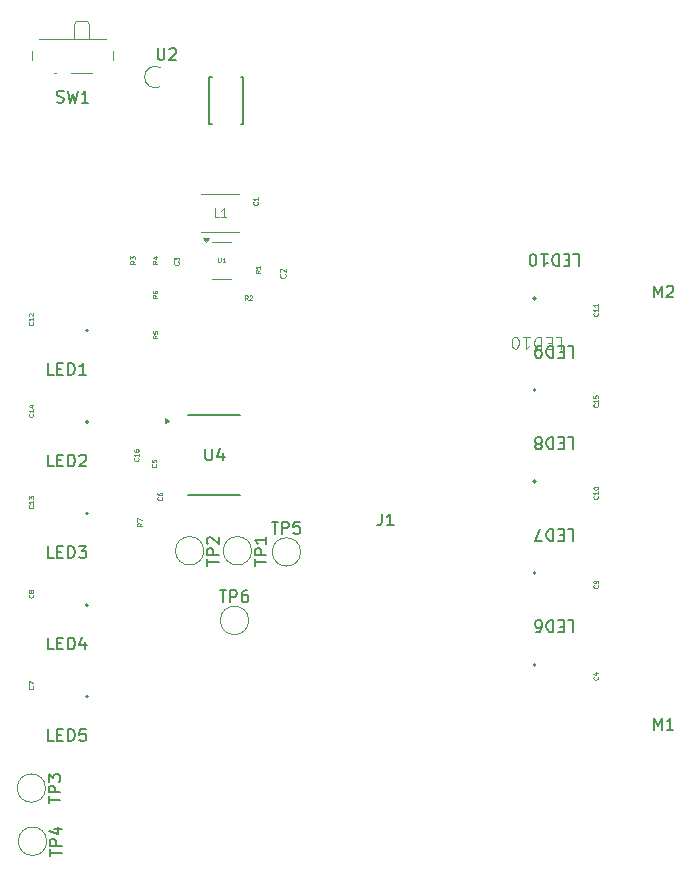
<source format=gbr>
%TF.GenerationSoftware,KiCad,Pcbnew,9.0.3*%
%TF.CreationDate,2025-11-04T21:30:19+11:00*%
%TF.ProjectId,test_project,74657374-5f70-4726-9f6a-6563742e6b69,rev?*%
%TF.SameCoordinates,Original*%
%TF.FileFunction,Legend,Top*%
%TF.FilePolarity,Positive*%
%FSLAX46Y46*%
G04 Gerber Fmt 4.6, Leading zero omitted, Abs format (unit mm)*
G04 Created by KiCad (PCBNEW 9.0.3) date 2025-11-04 21:30:19*
%MOMM*%
%LPD*%
G01*
G04 APERTURE LIST*
%ADD10C,0.150000*%
%ADD11C,0.060000*%
%ADD12C,0.100000*%
%ADD13C,0.110000*%
%ADD14C,0.080000*%
%ADD15C,0.120000*%
%ADD16C,0.200000*%
%ADD17C,0.127000*%
G04 APERTURE END LIST*
D10*
X122166667Y-69107200D02*
X122309524Y-69154819D01*
X122309524Y-69154819D02*
X122547619Y-69154819D01*
X122547619Y-69154819D02*
X122642857Y-69107200D01*
X122642857Y-69107200D02*
X122690476Y-69059580D01*
X122690476Y-69059580D02*
X122738095Y-68964342D01*
X122738095Y-68964342D02*
X122738095Y-68869104D01*
X122738095Y-68869104D02*
X122690476Y-68773866D01*
X122690476Y-68773866D02*
X122642857Y-68726247D01*
X122642857Y-68726247D02*
X122547619Y-68678628D01*
X122547619Y-68678628D02*
X122357143Y-68631009D01*
X122357143Y-68631009D02*
X122261905Y-68583390D01*
X122261905Y-68583390D02*
X122214286Y-68535771D01*
X122214286Y-68535771D02*
X122166667Y-68440533D01*
X122166667Y-68440533D02*
X122166667Y-68345295D01*
X122166667Y-68345295D02*
X122214286Y-68250057D01*
X122214286Y-68250057D02*
X122261905Y-68202438D01*
X122261905Y-68202438D02*
X122357143Y-68154819D01*
X122357143Y-68154819D02*
X122595238Y-68154819D01*
X122595238Y-68154819D02*
X122738095Y-68202438D01*
X123071429Y-68154819D02*
X123309524Y-69154819D01*
X123309524Y-69154819D02*
X123500000Y-68440533D01*
X123500000Y-68440533D02*
X123690476Y-69154819D01*
X123690476Y-69154819D02*
X123928572Y-68154819D01*
X124833333Y-69154819D02*
X124261905Y-69154819D01*
X124547619Y-69154819D02*
X124547619Y-68154819D01*
X124547619Y-68154819D02*
X124452381Y-68297676D01*
X124452381Y-68297676D02*
X124357143Y-68392914D01*
X124357143Y-68392914D02*
X124261905Y-68440533D01*
X122166667Y-69107200D02*
X122309524Y-69154819D01*
X122309524Y-69154819D02*
X122547619Y-69154819D01*
X122547619Y-69154819D02*
X122642857Y-69107200D01*
X122642857Y-69107200D02*
X122690476Y-69059580D01*
X122690476Y-69059580D02*
X122738095Y-68964342D01*
X122738095Y-68964342D02*
X122738095Y-68869104D01*
X122738095Y-68869104D02*
X122690476Y-68773866D01*
X122690476Y-68773866D02*
X122642857Y-68726247D01*
X122642857Y-68726247D02*
X122547619Y-68678628D01*
X122547619Y-68678628D02*
X122357143Y-68631009D01*
X122357143Y-68631009D02*
X122261905Y-68583390D01*
X122261905Y-68583390D02*
X122214286Y-68535771D01*
X122214286Y-68535771D02*
X122166667Y-68440533D01*
X122166667Y-68440533D02*
X122166667Y-68345295D01*
X122166667Y-68345295D02*
X122214286Y-68250057D01*
X122214286Y-68250057D02*
X122261905Y-68202438D01*
X122261905Y-68202438D02*
X122357143Y-68154819D01*
X122357143Y-68154819D02*
X122595238Y-68154819D01*
X122595238Y-68154819D02*
X122738095Y-68202438D01*
X123071429Y-68154819D02*
X123309524Y-69154819D01*
X123309524Y-69154819D02*
X123500000Y-68440533D01*
X123500000Y-68440533D02*
X123690476Y-69154819D01*
X123690476Y-69154819D02*
X123928572Y-68154819D01*
X124833333Y-69154819D02*
X124261905Y-69154819D01*
X124547619Y-69154819D02*
X124547619Y-68154819D01*
X124547619Y-68154819D02*
X124452381Y-68297676D01*
X124452381Y-68297676D02*
X124357143Y-68392914D01*
X124357143Y-68392914D02*
X124261905Y-68440533D01*
X140338095Y-104654819D02*
X140909523Y-104654819D01*
X140623809Y-105654819D02*
X140623809Y-104654819D01*
X141242857Y-105654819D02*
X141242857Y-104654819D01*
X141242857Y-104654819D02*
X141623809Y-104654819D01*
X141623809Y-104654819D02*
X141719047Y-104702438D01*
X141719047Y-104702438D02*
X141766666Y-104750057D01*
X141766666Y-104750057D02*
X141814285Y-104845295D01*
X141814285Y-104845295D02*
X141814285Y-104988152D01*
X141814285Y-104988152D02*
X141766666Y-105083390D01*
X141766666Y-105083390D02*
X141719047Y-105131009D01*
X141719047Y-105131009D02*
X141623809Y-105178628D01*
X141623809Y-105178628D02*
X141242857Y-105178628D01*
X142719047Y-104654819D02*
X142242857Y-104654819D01*
X142242857Y-104654819D02*
X142195238Y-105131009D01*
X142195238Y-105131009D02*
X142242857Y-105083390D01*
X142242857Y-105083390D02*
X142338095Y-105035771D01*
X142338095Y-105035771D02*
X142576190Y-105035771D01*
X142576190Y-105035771D02*
X142671428Y-105083390D01*
X142671428Y-105083390D02*
X142719047Y-105131009D01*
X142719047Y-105131009D02*
X142766666Y-105226247D01*
X142766666Y-105226247D02*
X142766666Y-105464342D01*
X142766666Y-105464342D02*
X142719047Y-105559580D01*
X142719047Y-105559580D02*
X142671428Y-105607200D01*
X142671428Y-105607200D02*
X142576190Y-105654819D01*
X142576190Y-105654819D02*
X142338095Y-105654819D01*
X142338095Y-105654819D02*
X142242857Y-105607200D01*
X142242857Y-105607200D02*
X142195238Y-105559580D01*
X135938095Y-110454819D02*
X136509523Y-110454819D01*
X136223809Y-111454819D02*
X136223809Y-110454819D01*
X136842857Y-111454819D02*
X136842857Y-110454819D01*
X136842857Y-110454819D02*
X137223809Y-110454819D01*
X137223809Y-110454819D02*
X137319047Y-110502438D01*
X137319047Y-110502438D02*
X137366666Y-110550057D01*
X137366666Y-110550057D02*
X137414285Y-110645295D01*
X137414285Y-110645295D02*
X137414285Y-110788152D01*
X137414285Y-110788152D02*
X137366666Y-110883390D01*
X137366666Y-110883390D02*
X137319047Y-110931009D01*
X137319047Y-110931009D02*
X137223809Y-110978628D01*
X137223809Y-110978628D02*
X136842857Y-110978628D01*
X138271428Y-110454819D02*
X138080952Y-110454819D01*
X138080952Y-110454819D02*
X137985714Y-110502438D01*
X137985714Y-110502438D02*
X137938095Y-110550057D01*
X137938095Y-110550057D02*
X137842857Y-110692914D01*
X137842857Y-110692914D02*
X137795238Y-110883390D01*
X137795238Y-110883390D02*
X137795238Y-111264342D01*
X137795238Y-111264342D02*
X137842857Y-111359580D01*
X137842857Y-111359580D02*
X137890476Y-111407200D01*
X137890476Y-111407200D02*
X137985714Y-111454819D01*
X137985714Y-111454819D02*
X138176190Y-111454819D01*
X138176190Y-111454819D02*
X138271428Y-111407200D01*
X138271428Y-111407200D02*
X138319047Y-111359580D01*
X138319047Y-111359580D02*
X138366666Y-111264342D01*
X138366666Y-111264342D02*
X138366666Y-111026247D01*
X138366666Y-111026247D02*
X138319047Y-110931009D01*
X138319047Y-110931009D02*
X138271428Y-110883390D01*
X138271428Y-110883390D02*
X138176190Y-110835771D01*
X138176190Y-110835771D02*
X137985714Y-110835771D01*
X137985714Y-110835771D02*
X137890476Y-110883390D01*
X137890476Y-110883390D02*
X137842857Y-110931009D01*
X137842857Y-110931009D02*
X137795238Y-111026247D01*
D11*
X130543832Y-99766666D02*
X130562880Y-99785714D01*
X130562880Y-99785714D02*
X130581927Y-99842856D01*
X130581927Y-99842856D02*
X130581927Y-99880952D01*
X130581927Y-99880952D02*
X130562880Y-99938095D01*
X130562880Y-99938095D02*
X130524784Y-99976190D01*
X130524784Y-99976190D02*
X130486689Y-99995237D01*
X130486689Y-99995237D02*
X130410499Y-100014285D01*
X130410499Y-100014285D02*
X130353356Y-100014285D01*
X130353356Y-100014285D02*
X130277165Y-99995237D01*
X130277165Y-99995237D02*
X130239070Y-99976190D01*
X130239070Y-99976190D02*
X130200975Y-99938095D01*
X130200975Y-99938095D02*
X130181927Y-99880952D01*
X130181927Y-99880952D02*
X130181927Y-99842856D01*
X130181927Y-99842856D02*
X130200975Y-99785714D01*
X130200975Y-99785714D02*
X130220022Y-99766666D01*
X130181927Y-99404761D02*
X130181927Y-99595237D01*
X130181927Y-99595237D02*
X130372403Y-99614285D01*
X130372403Y-99614285D02*
X130353356Y-99595237D01*
X130353356Y-99595237D02*
X130334308Y-99557142D01*
X130334308Y-99557142D02*
X130334308Y-99461904D01*
X130334308Y-99461904D02*
X130353356Y-99423809D01*
X130353356Y-99423809D02*
X130372403Y-99404761D01*
X130372403Y-99404761D02*
X130410499Y-99385714D01*
X130410499Y-99385714D02*
X130505737Y-99385714D01*
X130505737Y-99385714D02*
X130543832Y-99404761D01*
X130543832Y-99404761D02*
X130562880Y-99423809D01*
X130562880Y-99423809D02*
X130581927Y-99461904D01*
X130581927Y-99461904D02*
X130581927Y-99557142D01*
X130581927Y-99557142D02*
X130562880Y-99595237D01*
X130562880Y-99595237D02*
X130543832Y-99614285D01*
X167943832Y-94707142D02*
X167962880Y-94726190D01*
X167962880Y-94726190D02*
X167981927Y-94783332D01*
X167981927Y-94783332D02*
X167981927Y-94821428D01*
X167981927Y-94821428D02*
X167962880Y-94878571D01*
X167962880Y-94878571D02*
X167924784Y-94916666D01*
X167924784Y-94916666D02*
X167886689Y-94935713D01*
X167886689Y-94935713D02*
X167810499Y-94954761D01*
X167810499Y-94954761D02*
X167753356Y-94954761D01*
X167753356Y-94954761D02*
X167677165Y-94935713D01*
X167677165Y-94935713D02*
X167639070Y-94916666D01*
X167639070Y-94916666D02*
X167600975Y-94878571D01*
X167600975Y-94878571D02*
X167581927Y-94821428D01*
X167581927Y-94821428D02*
X167581927Y-94783332D01*
X167581927Y-94783332D02*
X167600975Y-94726190D01*
X167600975Y-94726190D02*
X167620022Y-94707142D01*
X167981927Y-94326190D02*
X167981927Y-94554761D01*
X167981927Y-94440475D02*
X167581927Y-94440475D01*
X167581927Y-94440475D02*
X167639070Y-94478571D01*
X167639070Y-94478571D02*
X167677165Y-94516666D01*
X167677165Y-94516666D02*
X167696213Y-94554761D01*
X167581927Y-93964285D02*
X167581927Y-94154761D01*
X167581927Y-94154761D02*
X167772403Y-94173809D01*
X167772403Y-94173809D02*
X167753356Y-94154761D01*
X167753356Y-94154761D02*
X167734308Y-94116666D01*
X167734308Y-94116666D02*
X167734308Y-94021428D01*
X167734308Y-94021428D02*
X167753356Y-93983333D01*
X167753356Y-93983333D02*
X167772403Y-93964285D01*
X167772403Y-93964285D02*
X167810499Y-93945238D01*
X167810499Y-93945238D02*
X167905737Y-93945238D01*
X167905737Y-93945238D02*
X167943832Y-93964285D01*
X167943832Y-93964285D02*
X167962880Y-93983333D01*
X167962880Y-93983333D02*
X167981927Y-94021428D01*
X167981927Y-94021428D02*
X167981927Y-94116666D01*
X167981927Y-94116666D02*
X167962880Y-94154761D01*
X167962880Y-94154761D02*
X167943832Y-94173809D01*
D10*
X165419047Y-97495180D02*
X165895237Y-97495180D01*
X165895237Y-97495180D02*
X165895237Y-98495180D01*
X165085713Y-98018990D02*
X164752380Y-98018990D01*
X164609523Y-97495180D02*
X165085713Y-97495180D01*
X165085713Y-97495180D02*
X165085713Y-98495180D01*
X165085713Y-98495180D02*
X164609523Y-98495180D01*
X164180951Y-97495180D02*
X164180951Y-98495180D01*
X164180951Y-98495180D02*
X163942856Y-98495180D01*
X163942856Y-98495180D02*
X163799999Y-98447561D01*
X163799999Y-98447561D02*
X163704761Y-98352323D01*
X163704761Y-98352323D02*
X163657142Y-98257085D01*
X163657142Y-98257085D02*
X163609523Y-98066609D01*
X163609523Y-98066609D02*
X163609523Y-97923752D01*
X163609523Y-97923752D02*
X163657142Y-97733276D01*
X163657142Y-97733276D02*
X163704761Y-97638038D01*
X163704761Y-97638038D02*
X163799999Y-97542800D01*
X163799999Y-97542800D02*
X163942856Y-97495180D01*
X163942856Y-97495180D02*
X164180951Y-97495180D01*
X163038094Y-98066609D02*
X163133332Y-98114228D01*
X163133332Y-98114228D02*
X163180951Y-98161847D01*
X163180951Y-98161847D02*
X163228570Y-98257085D01*
X163228570Y-98257085D02*
X163228570Y-98304704D01*
X163228570Y-98304704D02*
X163180951Y-98399942D01*
X163180951Y-98399942D02*
X163133332Y-98447561D01*
X163133332Y-98447561D02*
X163038094Y-98495180D01*
X163038094Y-98495180D02*
X162847618Y-98495180D01*
X162847618Y-98495180D02*
X162752380Y-98447561D01*
X162752380Y-98447561D02*
X162704761Y-98399942D01*
X162704761Y-98399942D02*
X162657142Y-98304704D01*
X162657142Y-98304704D02*
X162657142Y-98257085D01*
X162657142Y-98257085D02*
X162704761Y-98161847D01*
X162704761Y-98161847D02*
X162752380Y-98114228D01*
X162752380Y-98114228D02*
X162847618Y-98066609D01*
X162847618Y-98066609D02*
X163038094Y-98066609D01*
X163038094Y-98066609D02*
X163133332Y-98018990D01*
X163133332Y-98018990D02*
X163180951Y-97971371D01*
X163180951Y-97971371D02*
X163228570Y-97876133D01*
X163228570Y-97876133D02*
X163228570Y-97685657D01*
X163228570Y-97685657D02*
X163180951Y-97590419D01*
X163180951Y-97590419D02*
X163133332Y-97542800D01*
X163133332Y-97542800D02*
X163038094Y-97495180D01*
X163038094Y-97495180D02*
X162847618Y-97495180D01*
X162847618Y-97495180D02*
X162752380Y-97542800D01*
X162752380Y-97542800D02*
X162704761Y-97590419D01*
X162704761Y-97590419D02*
X162657142Y-97685657D01*
X162657142Y-97685657D02*
X162657142Y-97876133D01*
X162657142Y-97876133D02*
X162704761Y-97971371D01*
X162704761Y-97971371D02*
X162752380Y-98018990D01*
X162752380Y-98018990D02*
X162847618Y-98066609D01*
D12*
X164395238Y-88992580D02*
X164871428Y-88992580D01*
X164871428Y-88992580D02*
X164871428Y-89992580D01*
X164061904Y-89516390D02*
X163728571Y-89516390D01*
X163585714Y-88992580D02*
X164061904Y-88992580D01*
X164061904Y-88992580D02*
X164061904Y-89992580D01*
X164061904Y-89992580D02*
X163585714Y-89992580D01*
X163157142Y-88992580D02*
X163157142Y-89992580D01*
X163157142Y-89992580D02*
X162919047Y-89992580D01*
X162919047Y-89992580D02*
X162776190Y-89944961D01*
X162776190Y-89944961D02*
X162680952Y-89849723D01*
X162680952Y-89849723D02*
X162633333Y-89754485D01*
X162633333Y-89754485D02*
X162585714Y-89564009D01*
X162585714Y-89564009D02*
X162585714Y-89421152D01*
X162585714Y-89421152D02*
X162633333Y-89230676D01*
X162633333Y-89230676D02*
X162680952Y-89135438D01*
X162680952Y-89135438D02*
X162776190Y-89040200D01*
X162776190Y-89040200D02*
X162919047Y-88992580D01*
X162919047Y-88992580D02*
X163157142Y-88992580D01*
X161633333Y-88992580D02*
X162204761Y-88992580D01*
X161919047Y-88992580D02*
X161919047Y-89992580D01*
X161919047Y-89992580D02*
X162014285Y-89849723D01*
X162014285Y-89849723D02*
X162109523Y-89754485D01*
X162109523Y-89754485D02*
X162204761Y-89706866D01*
X161014285Y-89992580D02*
X160919047Y-89992580D01*
X160919047Y-89992580D02*
X160823809Y-89944961D01*
X160823809Y-89944961D02*
X160776190Y-89897342D01*
X160776190Y-89897342D02*
X160728571Y-89802104D01*
X160728571Y-89802104D02*
X160680952Y-89611628D01*
X160680952Y-89611628D02*
X160680952Y-89373533D01*
X160680952Y-89373533D02*
X160728571Y-89183057D01*
X160728571Y-89183057D02*
X160776190Y-89087819D01*
X160776190Y-89087819D02*
X160823809Y-89040200D01*
X160823809Y-89040200D02*
X160919047Y-88992580D01*
X160919047Y-88992580D02*
X161014285Y-88992580D01*
X161014285Y-88992580D02*
X161109523Y-89040200D01*
X161109523Y-89040200D02*
X161157142Y-89087819D01*
X161157142Y-89087819D02*
X161204761Y-89183057D01*
X161204761Y-89183057D02*
X161252380Y-89373533D01*
X161252380Y-89373533D02*
X161252380Y-89611628D01*
X161252380Y-89611628D02*
X161204761Y-89802104D01*
X161204761Y-89802104D02*
X161157142Y-89897342D01*
X161157142Y-89897342D02*
X161109523Y-89944961D01*
X161109523Y-89944961D02*
X161014285Y-89992580D01*
D10*
X165895238Y-81995180D02*
X166371428Y-81995180D01*
X166371428Y-81995180D02*
X166371428Y-82995180D01*
X165561904Y-82518990D02*
X165228571Y-82518990D01*
X165085714Y-81995180D02*
X165561904Y-81995180D01*
X165561904Y-81995180D02*
X165561904Y-82995180D01*
X165561904Y-82995180D02*
X165085714Y-82995180D01*
X164657142Y-81995180D02*
X164657142Y-82995180D01*
X164657142Y-82995180D02*
X164419047Y-82995180D01*
X164419047Y-82995180D02*
X164276190Y-82947561D01*
X164276190Y-82947561D02*
X164180952Y-82852323D01*
X164180952Y-82852323D02*
X164133333Y-82757085D01*
X164133333Y-82757085D02*
X164085714Y-82566609D01*
X164085714Y-82566609D02*
X164085714Y-82423752D01*
X164085714Y-82423752D02*
X164133333Y-82233276D01*
X164133333Y-82233276D02*
X164180952Y-82138038D01*
X164180952Y-82138038D02*
X164276190Y-82042800D01*
X164276190Y-82042800D02*
X164419047Y-81995180D01*
X164419047Y-81995180D02*
X164657142Y-81995180D01*
X163133333Y-81995180D02*
X163704761Y-81995180D01*
X163419047Y-81995180D02*
X163419047Y-82995180D01*
X163419047Y-82995180D02*
X163514285Y-82852323D01*
X163514285Y-82852323D02*
X163609523Y-82757085D01*
X163609523Y-82757085D02*
X163704761Y-82709466D01*
X162514285Y-82995180D02*
X162419047Y-82995180D01*
X162419047Y-82995180D02*
X162323809Y-82947561D01*
X162323809Y-82947561D02*
X162276190Y-82899942D01*
X162276190Y-82899942D02*
X162228571Y-82804704D01*
X162228571Y-82804704D02*
X162180952Y-82614228D01*
X162180952Y-82614228D02*
X162180952Y-82376133D01*
X162180952Y-82376133D02*
X162228571Y-82185657D01*
X162228571Y-82185657D02*
X162276190Y-82090419D01*
X162276190Y-82090419D02*
X162323809Y-82042800D01*
X162323809Y-82042800D02*
X162419047Y-81995180D01*
X162419047Y-81995180D02*
X162514285Y-81995180D01*
X162514285Y-81995180D02*
X162609523Y-82042800D01*
X162609523Y-82042800D02*
X162657142Y-82090419D01*
X162657142Y-82090419D02*
X162704761Y-82185657D01*
X162704761Y-82185657D02*
X162752380Y-82376133D01*
X162752380Y-82376133D02*
X162752380Y-82614228D01*
X162752380Y-82614228D02*
X162704761Y-82804704D01*
X162704761Y-82804704D02*
X162657142Y-82899942D01*
X162657142Y-82899942D02*
X162609523Y-82947561D01*
X162609523Y-82947561D02*
X162514285Y-82995180D01*
D11*
X167943832Y-102457142D02*
X167962880Y-102476190D01*
X167962880Y-102476190D02*
X167981927Y-102533332D01*
X167981927Y-102533332D02*
X167981927Y-102571428D01*
X167981927Y-102571428D02*
X167962880Y-102628571D01*
X167962880Y-102628571D02*
X167924784Y-102666666D01*
X167924784Y-102666666D02*
X167886689Y-102685713D01*
X167886689Y-102685713D02*
X167810499Y-102704761D01*
X167810499Y-102704761D02*
X167753356Y-102704761D01*
X167753356Y-102704761D02*
X167677165Y-102685713D01*
X167677165Y-102685713D02*
X167639070Y-102666666D01*
X167639070Y-102666666D02*
X167600975Y-102628571D01*
X167600975Y-102628571D02*
X167581927Y-102571428D01*
X167581927Y-102571428D02*
X167581927Y-102533332D01*
X167581927Y-102533332D02*
X167600975Y-102476190D01*
X167600975Y-102476190D02*
X167620022Y-102457142D01*
X167981927Y-102076190D02*
X167981927Y-102304761D01*
X167981927Y-102190475D02*
X167581927Y-102190475D01*
X167581927Y-102190475D02*
X167639070Y-102228571D01*
X167639070Y-102228571D02*
X167677165Y-102266666D01*
X167677165Y-102266666D02*
X167696213Y-102304761D01*
X167581927Y-101828571D02*
X167581927Y-101790476D01*
X167581927Y-101790476D02*
X167600975Y-101752380D01*
X167600975Y-101752380D02*
X167620022Y-101733333D01*
X167620022Y-101733333D02*
X167658118Y-101714285D01*
X167658118Y-101714285D02*
X167734308Y-101695238D01*
X167734308Y-101695238D02*
X167829546Y-101695238D01*
X167829546Y-101695238D02*
X167905737Y-101714285D01*
X167905737Y-101714285D02*
X167943832Y-101733333D01*
X167943832Y-101733333D02*
X167962880Y-101752380D01*
X167962880Y-101752380D02*
X167981927Y-101790476D01*
X167981927Y-101790476D02*
X167981927Y-101828571D01*
X167981927Y-101828571D02*
X167962880Y-101866666D01*
X167962880Y-101866666D02*
X167943832Y-101885714D01*
X167943832Y-101885714D02*
X167905737Y-101904761D01*
X167905737Y-101904761D02*
X167829546Y-101923809D01*
X167829546Y-101923809D02*
X167734308Y-101923809D01*
X167734308Y-101923809D02*
X167658118Y-101904761D01*
X167658118Y-101904761D02*
X167620022Y-101885714D01*
X167620022Y-101885714D02*
X167600975Y-101866666D01*
X167600975Y-101866666D02*
X167581927Y-101828571D01*
D10*
X165419047Y-112995180D02*
X165895237Y-112995180D01*
X165895237Y-112995180D02*
X165895237Y-113995180D01*
X165085713Y-113518990D02*
X164752380Y-113518990D01*
X164609523Y-112995180D02*
X165085713Y-112995180D01*
X165085713Y-112995180D02*
X165085713Y-113995180D01*
X165085713Y-113995180D02*
X164609523Y-113995180D01*
X164180951Y-112995180D02*
X164180951Y-113995180D01*
X164180951Y-113995180D02*
X163942856Y-113995180D01*
X163942856Y-113995180D02*
X163799999Y-113947561D01*
X163799999Y-113947561D02*
X163704761Y-113852323D01*
X163704761Y-113852323D02*
X163657142Y-113757085D01*
X163657142Y-113757085D02*
X163609523Y-113566609D01*
X163609523Y-113566609D02*
X163609523Y-113423752D01*
X163609523Y-113423752D02*
X163657142Y-113233276D01*
X163657142Y-113233276D02*
X163704761Y-113138038D01*
X163704761Y-113138038D02*
X163799999Y-113042800D01*
X163799999Y-113042800D02*
X163942856Y-112995180D01*
X163942856Y-112995180D02*
X164180951Y-112995180D01*
X162752380Y-113995180D02*
X162942856Y-113995180D01*
X162942856Y-113995180D02*
X163038094Y-113947561D01*
X163038094Y-113947561D02*
X163085713Y-113899942D01*
X163085713Y-113899942D02*
X163180951Y-113757085D01*
X163180951Y-113757085D02*
X163228570Y-113566609D01*
X163228570Y-113566609D02*
X163228570Y-113185657D01*
X163228570Y-113185657D02*
X163180951Y-113090419D01*
X163180951Y-113090419D02*
X163133332Y-113042800D01*
X163133332Y-113042800D02*
X163038094Y-112995180D01*
X163038094Y-112995180D02*
X162847618Y-112995180D01*
X162847618Y-112995180D02*
X162752380Y-113042800D01*
X162752380Y-113042800D02*
X162704761Y-113090419D01*
X162704761Y-113090419D02*
X162657142Y-113185657D01*
X162657142Y-113185657D02*
X162657142Y-113423752D01*
X162657142Y-113423752D02*
X162704761Y-113518990D01*
X162704761Y-113518990D02*
X162752380Y-113566609D01*
X162752380Y-113566609D02*
X162847618Y-113614228D01*
X162847618Y-113614228D02*
X163038094Y-113614228D01*
X163038094Y-113614228D02*
X163133332Y-113566609D01*
X163133332Y-113566609D02*
X163180951Y-113518990D01*
X163180951Y-113518990D02*
X163228570Y-113423752D01*
D11*
X167943832Y-110016666D02*
X167962880Y-110035714D01*
X167962880Y-110035714D02*
X167981927Y-110092856D01*
X167981927Y-110092856D02*
X167981927Y-110130952D01*
X167981927Y-110130952D02*
X167962880Y-110188095D01*
X167962880Y-110188095D02*
X167924784Y-110226190D01*
X167924784Y-110226190D02*
X167886689Y-110245237D01*
X167886689Y-110245237D02*
X167810499Y-110264285D01*
X167810499Y-110264285D02*
X167753356Y-110264285D01*
X167753356Y-110264285D02*
X167677165Y-110245237D01*
X167677165Y-110245237D02*
X167639070Y-110226190D01*
X167639070Y-110226190D02*
X167600975Y-110188095D01*
X167600975Y-110188095D02*
X167581927Y-110130952D01*
X167581927Y-110130952D02*
X167581927Y-110092856D01*
X167581927Y-110092856D02*
X167600975Y-110035714D01*
X167600975Y-110035714D02*
X167620022Y-110016666D01*
X167981927Y-109826190D02*
X167981927Y-109749999D01*
X167981927Y-109749999D02*
X167962880Y-109711904D01*
X167962880Y-109711904D02*
X167943832Y-109692856D01*
X167943832Y-109692856D02*
X167886689Y-109654761D01*
X167886689Y-109654761D02*
X167810499Y-109635714D01*
X167810499Y-109635714D02*
X167658118Y-109635714D01*
X167658118Y-109635714D02*
X167620022Y-109654761D01*
X167620022Y-109654761D02*
X167600975Y-109673809D01*
X167600975Y-109673809D02*
X167581927Y-109711904D01*
X167581927Y-109711904D02*
X167581927Y-109788095D01*
X167581927Y-109788095D02*
X167600975Y-109826190D01*
X167600975Y-109826190D02*
X167620022Y-109845237D01*
X167620022Y-109845237D02*
X167658118Y-109864285D01*
X167658118Y-109864285D02*
X167753356Y-109864285D01*
X167753356Y-109864285D02*
X167791451Y-109845237D01*
X167791451Y-109845237D02*
X167810499Y-109826190D01*
X167810499Y-109826190D02*
X167829546Y-109788095D01*
X167829546Y-109788095D02*
X167829546Y-109711904D01*
X167829546Y-109711904D02*
X167810499Y-109673809D01*
X167810499Y-109673809D02*
X167791451Y-109654761D01*
X167791451Y-109654761D02*
X167753356Y-109635714D01*
D10*
X165419047Y-105245180D02*
X165895237Y-105245180D01*
X165895237Y-105245180D02*
X165895237Y-106245180D01*
X165085713Y-105768990D02*
X164752380Y-105768990D01*
X164609523Y-105245180D02*
X165085713Y-105245180D01*
X165085713Y-105245180D02*
X165085713Y-106245180D01*
X165085713Y-106245180D02*
X164609523Y-106245180D01*
X164180951Y-105245180D02*
X164180951Y-106245180D01*
X164180951Y-106245180D02*
X163942856Y-106245180D01*
X163942856Y-106245180D02*
X163799999Y-106197561D01*
X163799999Y-106197561D02*
X163704761Y-106102323D01*
X163704761Y-106102323D02*
X163657142Y-106007085D01*
X163657142Y-106007085D02*
X163609523Y-105816609D01*
X163609523Y-105816609D02*
X163609523Y-105673752D01*
X163609523Y-105673752D02*
X163657142Y-105483276D01*
X163657142Y-105483276D02*
X163704761Y-105388038D01*
X163704761Y-105388038D02*
X163799999Y-105292800D01*
X163799999Y-105292800D02*
X163942856Y-105245180D01*
X163942856Y-105245180D02*
X164180951Y-105245180D01*
X163276189Y-106245180D02*
X162609523Y-106245180D01*
X162609523Y-106245180D02*
X163038094Y-105245180D01*
D11*
X167943832Y-86957142D02*
X167962880Y-86976190D01*
X167962880Y-86976190D02*
X167981927Y-87033332D01*
X167981927Y-87033332D02*
X167981927Y-87071428D01*
X167981927Y-87071428D02*
X167962880Y-87128571D01*
X167962880Y-87128571D02*
X167924784Y-87166666D01*
X167924784Y-87166666D02*
X167886689Y-87185713D01*
X167886689Y-87185713D02*
X167810499Y-87204761D01*
X167810499Y-87204761D02*
X167753356Y-87204761D01*
X167753356Y-87204761D02*
X167677165Y-87185713D01*
X167677165Y-87185713D02*
X167639070Y-87166666D01*
X167639070Y-87166666D02*
X167600975Y-87128571D01*
X167600975Y-87128571D02*
X167581927Y-87071428D01*
X167581927Y-87071428D02*
X167581927Y-87033332D01*
X167581927Y-87033332D02*
X167600975Y-86976190D01*
X167600975Y-86976190D02*
X167620022Y-86957142D01*
X167981927Y-86576190D02*
X167981927Y-86804761D01*
X167981927Y-86690475D02*
X167581927Y-86690475D01*
X167581927Y-86690475D02*
X167639070Y-86728571D01*
X167639070Y-86728571D02*
X167677165Y-86766666D01*
X167677165Y-86766666D02*
X167696213Y-86804761D01*
X167981927Y-86195238D02*
X167981927Y-86423809D01*
X167981927Y-86309523D02*
X167581927Y-86309523D01*
X167581927Y-86309523D02*
X167639070Y-86347619D01*
X167639070Y-86347619D02*
X167677165Y-86385714D01*
X167677165Y-86385714D02*
X167696213Y-86423809D01*
D10*
X165419047Y-89745180D02*
X165895237Y-89745180D01*
X165895237Y-89745180D02*
X165895237Y-90745180D01*
X165085713Y-90268990D02*
X164752380Y-90268990D01*
X164609523Y-89745180D02*
X165085713Y-89745180D01*
X165085713Y-89745180D02*
X165085713Y-90745180D01*
X165085713Y-90745180D02*
X164609523Y-90745180D01*
X164180951Y-89745180D02*
X164180951Y-90745180D01*
X164180951Y-90745180D02*
X163942856Y-90745180D01*
X163942856Y-90745180D02*
X163799999Y-90697561D01*
X163799999Y-90697561D02*
X163704761Y-90602323D01*
X163704761Y-90602323D02*
X163657142Y-90507085D01*
X163657142Y-90507085D02*
X163609523Y-90316609D01*
X163609523Y-90316609D02*
X163609523Y-90173752D01*
X163609523Y-90173752D02*
X163657142Y-89983276D01*
X163657142Y-89983276D02*
X163704761Y-89888038D01*
X163704761Y-89888038D02*
X163799999Y-89792800D01*
X163799999Y-89792800D02*
X163942856Y-89745180D01*
X163942856Y-89745180D02*
X164180951Y-89745180D01*
X163133332Y-89745180D02*
X162942856Y-89745180D01*
X162942856Y-89745180D02*
X162847618Y-89792800D01*
X162847618Y-89792800D02*
X162799999Y-89840419D01*
X162799999Y-89840419D02*
X162704761Y-89983276D01*
X162704761Y-89983276D02*
X162657142Y-90173752D01*
X162657142Y-90173752D02*
X162657142Y-90554704D01*
X162657142Y-90554704D02*
X162704761Y-90649942D01*
X162704761Y-90649942D02*
X162752380Y-90697561D01*
X162752380Y-90697561D02*
X162847618Y-90745180D01*
X162847618Y-90745180D02*
X163038094Y-90745180D01*
X163038094Y-90745180D02*
X163133332Y-90697561D01*
X163133332Y-90697561D02*
X163180951Y-90649942D01*
X163180951Y-90649942D02*
X163228570Y-90554704D01*
X163228570Y-90554704D02*
X163228570Y-90316609D01*
X163228570Y-90316609D02*
X163180951Y-90221371D01*
X163180951Y-90221371D02*
X163133332Y-90173752D01*
X163133332Y-90173752D02*
X163038094Y-90126133D01*
X163038094Y-90126133D02*
X162847618Y-90126133D01*
X162847618Y-90126133D02*
X162752380Y-90173752D01*
X162752380Y-90173752D02*
X162704761Y-90221371D01*
X162704761Y-90221371D02*
X162657142Y-90316609D01*
D11*
X167943832Y-117766666D02*
X167962880Y-117785714D01*
X167962880Y-117785714D02*
X167981927Y-117842856D01*
X167981927Y-117842856D02*
X167981927Y-117880952D01*
X167981927Y-117880952D02*
X167962880Y-117938095D01*
X167962880Y-117938095D02*
X167924784Y-117976190D01*
X167924784Y-117976190D02*
X167886689Y-117995237D01*
X167886689Y-117995237D02*
X167810499Y-118014285D01*
X167810499Y-118014285D02*
X167753356Y-118014285D01*
X167753356Y-118014285D02*
X167677165Y-117995237D01*
X167677165Y-117995237D02*
X167639070Y-117976190D01*
X167639070Y-117976190D02*
X167600975Y-117938095D01*
X167600975Y-117938095D02*
X167581927Y-117880952D01*
X167581927Y-117880952D02*
X167581927Y-117842856D01*
X167581927Y-117842856D02*
X167600975Y-117785714D01*
X167600975Y-117785714D02*
X167620022Y-117766666D01*
X167715260Y-117423809D02*
X167981927Y-117423809D01*
X167562880Y-117519047D02*
X167848594Y-117614285D01*
X167848594Y-117614285D02*
X167848594Y-117366666D01*
X120143832Y-87757142D02*
X120162880Y-87776190D01*
X120162880Y-87776190D02*
X120181927Y-87833332D01*
X120181927Y-87833332D02*
X120181927Y-87871428D01*
X120181927Y-87871428D02*
X120162880Y-87928571D01*
X120162880Y-87928571D02*
X120124784Y-87966666D01*
X120124784Y-87966666D02*
X120086689Y-87985713D01*
X120086689Y-87985713D02*
X120010499Y-88004761D01*
X120010499Y-88004761D02*
X119953356Y-88004761D01*
X119953356Y-88004761D02*
X119877165Y-87985713D01*
X119877165Y-87985713D02*
X119839070Y-87966666D01*
X119839070Y-87966666D02*
X119800975Y-87928571D01*
X119800975Y-87928571D02*
X119781927Y-87871428D01*
X119781927Y-87871428D02*
X119781927Y-87833332D01*
X119781927Y-87833332D02*
X119800975Y-87776190D01*
X119800975Y-87776190D02*
X119820022Y-87757142D01*
X120181927Y-87376190D02*
X120181927Y-87604761D01*
X120181927Y-87490475D02*
X119781927Y-87490475D01*
X119781927Y-87490475D02*
X119839070Y-87528571D01*
X119839070Y-87528571D02*
X119877165Y-87566666D01*
X119877165Y-87566666D02*
X119896213Y-87604761D01*
X119820022Y-87223809D02*
X119800975Y-87204761D01*
X119800975Y-87204761D02*
X119781927Y-87166666D01*
X119781927Y-87166666D02*
X119781927Y-87071428D01*
X119781927Y-87071428D02*
X119800975Y-87033333D01*
X119800975Y-87033333D02*
X119820022Y-87014285D01*
X119820022Y-87014285D02*
X119858118Y-86995238D01*
X119858118Y-86995238D02*
X119896213Y-86995238D01*
X119896213Y-86995238D02*
X119953356Y-87014285D01*
X119953356Y-87014285D02*
X120181927Y-87242857D01*
X120181927Y-87242857D02*
X120181927Y-86995238D01*
D13*
X135875000Y-78841244D02*
X135517857Y-78841244D01*
X135517857Y-78841244D02*
X135517857Y-78091244D01*
X136517857Y-78841244D02*
X136089286Y-78841244D01*
X136303571Y-78841244D02*
X136303571Y-78091244D01*
X136303571Y-78091244D02*
X136232143Y-78198387D01*
X136232143Y-78198387D02*
X136160714Y-78269815D01*
X136160714Y-78269815D02*
X136089286Y-78305530D01*
D11*
X129043832Y-99257142D02*
X129062880Y-99276190D01*
X129062880Y-99276190D02*
X129081927Y-99333332D01*
X129081927Y-99333332D02*
X129081927Y-99371428D01*
X129081927Y-99371428D02*
X129062880Y-99428571D01*
X129062880Y-99428571D02*
X129024784Y-99466666D01*
X129024784Y-99466666D02*
X128986689Y-99485713D01*
X128986689Y-99485713D02*
X128910499Y-99504761D01*
X128910499Y-99504761D02*
X128853356Y-99504761D01*
X128853356Y-99504761D02*
X128777165Y-99485713D01*
X128777165Y-99485713D02*
X128739070Y-99466666D01*
X128739070Y-99466666D02*
X128700975Y-99428571D01*
X128700975Y-99428571D02*
X128681927Y-99371428D01*
X128681927Y-99371428D02*
X128681927Y-99333332D01*
X128681927Y-99333332D02*
X128700975Y-99276190D01*
X128700975Y-99276190D02*
X128720022Y-99257142D01*
X129081927Y-98876190D02*
X129081927Y-99104761D01*
X129081927Y-98990475D02*
X128681927Y-98990475D01*
X128681927Y-98990475D02*
X128739070Y-99028571D01*
X128739070Y-99028571D02*
X128777165Y-99066666D01*
X128777165Y-99066666D02*
X128796213Y-99104761D01*
X128681927Y-98533333D02*
X128681927Y-98609523D01*
X128681927Y-98609523D02*
X128700975Y-98647619D01*
X128700975Y-98647619D02*
X128720022Y-98666666D01*
X128720022Y-98666666D02*
X128777165Y-98704761D01*
X128777165Y-98704761D02*
X128853356Y-98723809D01*
X128853356Y-98723809D02*
X129005737Y-98723809D01*
X129005737Y-98723809D02*
X129043832Y-98704761D01*
X129043832Y-98704761D02*
X129062880Y-98685714D01*
X129062880Y-98685714D02*
X129081927Y-98647619D01*
X129081927Y-98647619D02*
X129081927Y-98571428D01*
X129081927Y-98571428D02*
X129062880Y-98533333D01*
X129062880Y-98533333D02*
X129043832Y-98514285D01*
X129043832Y-98514285D02*
X129005737Y-98495238D01*
X129005737Y-98495238D02*
X128910499Y-98495238D01*
X128910499Y-98495238D02*
X128872403Y-98514285D01*
X128872403Y-98514285D02*
X128853356Y-98533333D01*
X128853356Y-98533333D02*
X128834308Y-98571428D01*
X128834308Y-98571428D02*
X128834308Y-98647619D01*
X128834308Y-98647619D02*
X128853356Y-98685714D01*
X128853356Y-98685714D02*
X128872403Y-98704761D01*
X128872403Y-98704761D02*
X128910499Y-98723809D01*
X132443832Y-82666666D02*
X132462880Y-82685714D01*
X132462880Y-82685714D02*
X132481927Y-82742856D01*
X132481927Y-82742856D02*
X132481927Y-82780952D01*
X132481927Y-82780952D02*
X132462880Y-82838095D01*
X132462880Y-82838095D02*
X132424784Y-82876190D01*
X132424784Y-82876190D02*
X132386689Y-82895237D01*
X132386689Y-82895237D02*
X132310499Y-82914285D01*
X132310499Y-82914285D02*
X132253356Y-82914285D01*
X132253356Y-82914285D02*
X132177165Y-82895237D01*
X132177165Y-82895237D02*
X132139070Y-82876190D01*
X132139070Y-82876190D02*
X132100975Y-82838095D01*
X132100975Y-82838095D02*
X132081927Y-82780952D01*
X132081927Y-82780952D02*
X132081927Y-82742856D01*
X132081927Y-82742856D02*
X132100975Y-82685714D01*
X132100975Y-82685714D02*
X132120022Y-82666666D01*
X132081927Y-82533333D02*
X132081927Y-82285714D01*
X132081927Y-82285714D02*
X132234308Y-82419047D01*
X132234308Y-82419047D02*
X132234308Y-82361904D01*
X132234308Y-82361904D02*
X132253356Y-82323809D01*
X132253356Y-82323809D02*
X132272403Y-82304761D01*
X132272403Y-82304761D02*
X132310499Y-82285714D01*
X132310499Y-82285714D02*
X132405737Y-82285714D01*
X132405737Y-82285714D02*
X132443832Y-82304761D01*
X132443832Y-82304761D02*
X132462880Y-82323809D01*
X132462880Y-82323809D02*
X132481927Y-82361904D01*
X132481927Y-82361904D02*
X132481927Y-82476190D01*
X132481927Y-82476190D02*
X132462880Y-82514285D01*
X132462880Y-82514285D02*
X132443832Y-82533333D01*
X139381927Y-83366666D02*
X139191451Y-83499999D01*
X139381927Y-83595237D02*
X138981927Y-83595237D01*
X138981927Y-83595237D02*
X138981927Y-83442856D01*
X138981927Y-83442856D02*
X139000975Y-83404761D01*
X139000975Y-83404761D02*
X139020022Y-83385714D01*
X139020022Y-83385714D02*
X139058118Y-83366666D01*
X139058118Y-83366666D02*
X139115260Y-83366666D01*
X139115260Y-83366666D02*
X139153356Y-83385714D01*
X139153356Y-83385714D02*
X139172403Y-83404761D01*
X139172403Y-83404761D02*
X139191451Y-83442856D01*
X139191451Y-83442856D02*
X139191451Y-83595237D01*
X139381927Y-82985714D02*
X139381927Y-83214285D01*
X139381927Y-83099999D02*
X138981927Y-83099999D01*
X138981927Y-83099999D02*
X139039070Y-83138095D01*
X139039070Y-83138095D02*
X139077165Y-83176190D01*
X139077165Y-83176190D02*
X139096213Y-83214285D01*
X128781927Y-82566666D02*
X128591451Y-82699999D01*
X128781927Y-82795237D02*
X128381927Y-82795237D01*
X128381927Y-82795237D02*
X128381927Y-82642856D01*
X128381927Y-82642856D02*
X128400975Y-82604761D01*
X128400975Y-82604761D02*
X128420022Y-82585714D01*
X128420022Y-82585714D02*
X128458118Y-82566666D01*
X128458118Y-82566666D02*
X128515260Y-82566666D01*
X128515260Y-82566666D02*
X128553356Y-82585714D01*
X128553356Y-82585714D02*
X128572403Y-82604761D01*
X128572403Y-82604761D02*
X128591451Y-82642856D01*
X128591451Y-82642856D02*
X128591451Y-82795237D01*
X128381927Y-82433333D02*
X128381927Y-82185714D01*
X128381927Y-82185714D02*
X128534308Y-82319047D01*
X128534308Y-82319047D02*
X128534308Y-82261904D01*
X128534308Y-82261904D02*
X128553356Y-82223809D01*
X128553356Y-82223809D02*
X128572403Y-82204761D01*
X128572403Y-82204761D02*
X128610499Y-82185714D01*
X128610499Y-82185714D02*
X128705737Y-82185714D01*
X128705737Y-82185714D02*
X128743832Y-82204761D01*
X128743832Y-82204761D02*
X128762880Y-82223809D01*
X128762880Y-82223809D02*
X128781927Y-82261904D01*
X128781927Y-82261904D02*
X128781927Y-82376190D01*
X128781927Y-82376190D02*
X128762880Y-82414285D01*
X128762880Y-82414285D02*
X128743832Y-82433333D01*
D10*
X121880952Y-99954819D02*
X121404762Y-99954819D01*
X121404762Y-99954819D02*
X121404762Y-98954819D01*
X122214286Y-99431009D02*
X122547619Y-99431009D01*
X122690476Y-99954819D02*
X122214286Y-99954819D01*
X122214286Y-99954819D02*
X122214286Y-98954819D01*
X122214286Y-98954819D02*
X122690476Y-98954819D01*
X123119048Y-99954819D02*
X123119048Y-98954819D01*
X123119048Y-98954819D02*
X123357143Y-98954819D01*
X123357143Y-98954819D02*
X123500000Y-99002438D01*
X123500000Y-99002438D02*
X123595238Y-99097676D01*
X123595238Y-99097676D02*
X123642857Y-99192914D01*
X123642857Y-99192914D02*
X123690476Y-99383390D01*
X123690476Y-99383390D02*
X123690476Y-99526247D01*
X123690476Y-99526247D02*
X123642857Y-99716723D01*
X123642857Y-99716723D02*
X123595238Y-99811961D01*
X123595238Y-99811961D02*
X123500000Y-99907200D01*
X123500000Y-99907200D02*
X123357143Y-99954819D01*
X123357143Y-99954819D02*
X123119048Y-99954819D01*
X124071429Y-99050057D02*
X124119048Y-99002438D01*
X124119048Y-99002438D02*
X124214286Y-98954819D01*
X124214286Y-98954819D02*
X124452381Y-98954819D01*
X124452381Y-98954819D02*
X124547619Y-99002438D01*
X124547619Y-99002438D02*
X124595238Y-99050057D01*
X124595238Y-99050057D02*
X124642857Y-99145295D01*
X124642857Y-99145295D02*
X124642857Y-99240533D01*
X124642857Y-99240533D02*
X124595238Y-99383390D01*
X124595238Y-99383390D02*
X124023810Y-99954819D01*
X124023810Y-99954819D02*
X124642857Y-99954819D01*
X149666666Y-103954819D02*
X149666666Y-104669104D01*
X149666666Y-104669104D02*
X149619047Y-104811961D01*
X149619047Y-104811961D02*
X149523809Y-104907200D01*
X149523809Y-104907200D02*
X149380952Y-104954819D01*
X149380952Y-104954819D02*
X149285714Y-104954819D01*
X150666666Y-104954819D02*
X150095238Y-104954819D01*
X150380952Y-104954819D02*
X150380952Y-103954819D01*
X150380952Y-103954819D02*
X150285714Y-104097676D01*
X150285714Y-104097676D02*
X150190476Y-104192914D01*
X150190476Y-104192914D02*
X150095238Y-104240533D01*
D11*
X130681927Y-82566666D02*
X130491451Y-82699999D01*
X130681927Y-82795237D02*
X130281927Y-82795237D01*
X130281927Y-82795237D02*
X130281927Y-82642856D01*
X130281927Y-82642856D02*
X130300975Y-82604761D01*
X130300975Y-82604761D02*
X130320022Y-82585714D01*
X130320022Y-82585714D02*
X130358118Y-82566666D01*
X130358118Y-82566666D02*
X130415260Y-82566666D01*
X130415260Y-82566666D02*
X130453356Y-82585714D01*
X130453356Y-82585714D02*
X130472403Y-82604761D01*
X130472403Y-82604761D02*
X130491451Y-82642856D01*
X130491451Y-82642856D02*
X130491451Y-82795237D01*
X130415260Y-82223809D02*
X130681927Y-82223809D01*
X130262880Y-82319047D02*
X130548594Y-82414285D01*
X130548594Y-82414285D02*
X130548594Y-82166666D01*
X131043832Y-102566666D02*
X131062880Y-102585714D01*
X131062880Y-102585714D02*
X131081927Y-102642856D01*
X131081927Y-102642856D02*
X131081927Y-102680952D01*
X131081927Y-102680952D02*
X131062880Y-102738095D01*
X131062880Y-102738095D02*
X131024784Y-102776190D01*
X131024784Y-102776190D02*
X130986689Y-102795237D01*
X130986689Y-102795237D02*
X130910499Y-102814285D01*
X130910499Y-102814285D02*
X130853356Y-102814285D01*
X130853356Y-102814285D02*
X130777165Y-102795237D01*
X130777165Y-102795237D02*
X130739070Y-102776190D01*
X130739070Y-102776190D02*
X130700975Y-102738095D01*
X130700975Y-102738095D02*
X130681927Y-102680952D01*
X130681927Y-102680952D02*
X130681927Y-102642856D01*
X130681927Y-102642856D02*
X130700975Y-102585714D01*
X130700975Y-102585714D02*
X130720022Y-102566666D01*
X130681927Y-102223809D02*
X130681927Y-102299999D01*
X130681927Y-102299999D02*
X130700975Y-102338095D01*
X130700975Y-102338095D02*
X130720022Y-102357142D01*
X130720022Y-102357142D02*
X130777165Y-102395237D01*
X130777165Y-102395237D02*
X130853356Y-102414285D01*
X130853356Y-102414285D02*
X131005737Y-102414285D01*
X131005737Y-102414285D02*
X131043832Y-102395237D01*
X131043832Y-102395237D02*
X131062880Y-102376190D01*
X131062880Y-102376190D02*
X131081927Y-102338095D01*
X131081927Y-102338095D02*
X131081927Y-102261904D01*
X131081927Y-102261904D02*
X131062880Y-102223809D01*
X131062880Y-102223809D02*
X131043832Y-102204761D01*
X131043832Y-102204761D02*
X131005737Y-102185714D01*
X131005737Y-102185714D02*
X130910499Y-102185714D01*
X130910499Y-102185714D02*
X130872403Y-102204761D01*
X130872403Y-102204761D02*
X130853356Y-102223809D01*
X130853356Y-102223809D02*
X130834308Y-102261904D01*
X130834308Y-102261904D02*
X130834308Y-102338095D01*
X130834308Y-102338095D02*
X130853356Y-102376190D01*
X130853356Y-102376190D02*
X130872403Y-102395237D01*
X130872403Y-102395237D02*
X130910499Y-102414285D01*
X120143832Y-103257142D02*
X120162880Y-103276190D01*
X120162880Y-103276190D02*
X120181927Y-103333332D01*
X120181927Y-103333332D02*
X120181927Y-103371428D01*
X120181927Y-103371428D02*
X120162880Y-103428571D01*
X120162880Y-103428571D02*
X120124784Y-103466666D01*
X120124784Y-103466666D02*
X120086689Y-103485713D01*
X120086689Y-103485713D02*
X120010499Y-103504761D01*
X120010499Y-103504761D02*
X119953356Y-103504761D01*
X119953356Y-103504761D02*
X119877165Y-103485713D01*
X119877165Y-103485713D02*
X119839070Y-103466666D01*
X119839070Y-103466666D02*
X119800975Y-103428571D01*
X119800975Y-103428571D02*
X119781927Y-103371428D01*
X119781927Y-103371428D02*
X119781927Y-103333332D01*
X119781927Y-103333332D02*
X119800975Y-103276190D01*
X119800975Y-103276190D02*
X119820022Y-103257142D01*
X120181927Y-102876190D02*
X120181927Y-103104761D01*
X120181927Y-102990475D02*
X119781927Y-102990475D01*
X119781927Y-102990475D02*
X119839070Y-103028571D01*
X119839070Y-103028571D02*
X119877165Y-103066666D01*
X119877165Y-103066666D02*
X119896213Y-103104761D01*
X119781927Y-102742857D02*
X119781927Y-102495238D01*
X119781927Y-102495238D02*
X119934308Y-102628571D01*
X119934308Y-102628571D02*
X119934308Y-102571428D01*
X119934308Y-102571428D02*
X119953356Y-102533333D01*
X119953356Y-102533333D02*
X119972403Y-102514285D01*
X119972403Y-102514285D02*
X120010499Y-102495238D01*
X120010499Y-102495238D02*
X120105737Y-102495238D01*
X120105737Y-102495238D02*
X120143832Y-102514285D01*
X120143832Y-102514285D02*
X120162880Y-102533333D01*
X120162880Y-102533333D02*
X120181927Y-102571428D01*
X120181927Y-102571428D02*
X120181927Y-102685714D01*
X120181927Y-102685714D02*
X120162880Y-102723809D01*
X120162880Y-102723809D02*
X120143832Y-102742857D01*
D10*
X121880952Y-107704819D02*
X121404762Y-107704819D01*
X121404762Y-107704819D02*
X121404762Y-106704819D01*
X122214286Y-107181009D02*
X122547619Y-107181009D01*
X122690476Y-107704819D02*
X122214286Y-107704819D01*
X122214286Y-107704819D02*
X122214286Y-106704819D01*
X122214286Y-106704819D02*
X122690476Y-106704819D01*
X123119048Y-107704819D02*
X123119048Y-106704819D01*
X123119048Y-106704819D02*
X123357143Y-106704819D01*
X123357143Y-106704819D02*
X123500000Y-106752438D01*
X123500000Y-106752438D02*
X123595238Y-106847676D01*
X123595238Y-106847676D02*
X123642857Y-106942914D01*
X123642857Y-106942914D02*
X123690476Y-107133390D01*
X123690476Y-107133390D02*
X123690476Y-107276247D01*
X123690476Y-107276247D02*
X123642857Y-107466723D01*
X123642857Y-107466723D02*
X123595238Y-107561961D01*
X123595238Y-107561961D02*
X123500000Y-107657200D01*
X123500000Y-107657200D02*
X123357143Y-107704819D01*
X123357143Y-107704819D02*
X123119048Y-107704819D01*
X124023810Y-106704819D02*
X124642857Y-106704819D01*
X124642857Y-106704819D02*
X124309524Y-107085771D01*
X124309524Y-107085771D02*
X124452381Y-107085771D01*
X124452381Y-107085771D02*
X124547619Y-107133390D01*
X124547619Y-107133390D02*
X124595238Y-107181009D01*
X124595238Y-107181009D02*
X124642857Y-107276247D01*
X124642857Y-107276247D02*
X124642857Y-107514342D01*
X124642857Y-107514342D02*
X124595238Y-107609580D01*
X124595238Y-107609580D02*
X124547619Y-107657200D01*
X124547619Y-107657200D02*
X124452381Y-107704819D01*
X124452381Y-107704819D02*
X124166667Y-107704819D01*
X124166667Y-107704819D02*
X124071429Y-107657200D01*
X124071429Y-107657200D02*
X124023810Y-107609580D01*
D11*
X130681927Y-88866666D02*
X130491451Y-88999999D01*
X130681927Y-89095237D02*
X130281927Y-89095237D01*
X130281927Y-89095237D02*
X130281927Y-88942856D01*
X130281927Y-88942856D02*
X130300975Y-88904761D01*
X130300975Y-88904761D02*
X130320022Y-88885714D01*
X130320022Y-88885714D02*
X130358118Y-88866666D01*
X130358118Y-88866666D02*
X130415260Y-88866666D01*
X130415260Y-88866666D02*
X130453356Y-88885714D01*
X130453356Y-88885714D02*
X130472403Y-88904761D01*
X130472403Y-88904761D02*
X130491451Y-88942856D01*
X130491451Y-88942856D02*
X130491451Y-89095237D01*
X130281927Y-88504761D02*
X130281927Y-88695237D01*
X130281927Y-88695237D02*
X130472403Y-88714285D01*
X130472403Y-88714285D02*
X130453356Y-88695237D01*
X130453356Y-88695237D02*
X130434308Y-88657142D01*
X130434308Y-88657142D02*
X130434308Y-88561904D01*
X130434308Y-88561904D02*
X130453356Y-88523809D01*
X130453356Y-88523809D02*
X130472403Y-88504761D01*
X130472403Y-88504761D02*
X130510499Y-88485714D01*
X130510499Y-88485714D02*
X130605737Y-88485714D01*
X130605737Y-88485714D02*
X130643832Y-88504761D01*
X130643832Y-88504761D02*
X130662880Y-88523809D01*
X130662880Y-88523809D02*
X130681927Y-88561904D01*
X130681927Y-88561904D02*
X130681927Y-88657142D01*
X130681927Y-88657142D02*
X130662880Y-88695237D01*
X130662880Y-88695237D02*
X130643832Y-88714285D01*
X120143832Y-110816666D02*
X120162880Y-110835714D01*
X120162880Y-110835714D02*
X120181927Y-110892856D01*
X120181927Y-110892856D02*
X120181927Y-110930952D01*
X120181927Y-110930952D02*
X120162880Y-110988095D01*
X120162880Y-110988095D02*
X120124784Y-111026190D01*
X120124784Y-111026190D02*
X120086689Y-111045237D01*
X120086689Y-111045237D02*
X120010499Y-111064285D01*
X120010499Y-111064285D02*
X119953356Y-111064285D01*
X119953356Y-111064285D02*
X119877165Y-111045237D01*
X119877165Y-111045237D02*
X119839070Y-111026190D01*
X119839070Y-111026190D02*
X119800975Y-110988095D01*
X119800975Y-110988095D02*
X119781927Y-110930952D01*
X119781927Y-110930952D02*
X119781927Y-110892856D01*
X119781927Y-110892856D02*
X119800975Y-110835714D01*
X119800975Y-110835714D02*
X119820022Y-110816666D01*
X119953356Y-110588095D02*
X119934308Y-110626190D01*
X119934308Y-110626190D02*
X119915260Y-110645237D01*
X119915260Y-110645237D02*
X119877165Y-110664285D01*
X119877165Y-110664285D02*
X119858118Y-110664285D01*
X119858118Y-110664285D02*
X119820022Y-110645237D01*
X119820022Y-110645237D02*
X119800975Y-110626190D01*
X119800975Y-110626190D02*
X119781927Y-110588095D01*
X119781927Y-110588095D02*
X119781927Y-110511904D01*
X119781927Y-110511904D02*
X119800975Y-110473809D01*
X119800975Y-110473809D02*
X119820022Y-110454761D01*
X119820022Y-110454761D02*
X119858118Y-110435714D01*
X119858118Y-110435714D02*
X119877165Y-110435714D01*
X119877165Y-110435714D02*
X119915260Y-110454761D01*
X119915260Y-110454761D02*
X119934308Y-110473809D01*
X119934308Y-110473809D02*
X119953356Y-110511904D01*
X119953356Y-110511904D02*
X119953356Y-110588095D01*
X119953356Y-110588095D02*
X119972403Y-110626190D01*
X119972403Y-110626190D02*
X119991451Y-110645237D01*
X119991451Y-110645237D02*
X120029546Y-110664285D01*
X120029546Y-110664285D02*
X120105737Y-110664285D01*
X120105737Y-110664285D02*
X120143832Y-110645237D01*
X120143832Y-110645237D02*
X120162880Y-110626190D01*
X120162880Y-110626190D02*
X120181927Y-110588095D01*
X120181927Y-110588095D02*
X120181927Y-110511904D01*
X120181927Y-110511904D02*
X120162880Y-110473809D01*
X120162880Y-110473809D02*
X120143832Y-110454761D01*
X120143832Y-110454761D02*
X120105737Y-110435714D01*
X120105737Y-110435714D02*
X120029546Y-110435714D01*
X120029546Y-110435714D02*
X119991451Y-110454761D01*
X119991451Y-110454761D02*
X119972403Y-110473809D01*
X119972403Y-110473809D02*
X119953356Y-110511904D01*
D10*
X172690476Y-85654819D02*
X172690476Y-84654819D01*
X172690476Y-84654819D02*
X173023809Y-85369104D01*
X173023809Y-85369104D02*
X173357142Y-84654819D01*
X173357142Y-84654819D02*
X173357142Y-85654819D01*
X173785714Y-84750057D02*
X173833333Y-84702438D01*
X173833333Y-84702438D02*
X173928571Y-84654819D01*
X173928571Y-84654819D02*
X174166666Y-84654819D01*
X174166666Y-84654819D02*
X174261904Y-84702438D01*
X174261904Y-84702438D02*
X174309523Y-84750057D01*
X174309523Y-84750057D02*
X174357142Y-84845295D01*
X174357142Y-84845295D02*
X174357142Y-84940533D01*
X174357142Y-84940533D02*
X174309523Y-85083390D01*
X174309523Y-85083390D02*
X173738095Y-85654819D01*
X173738095Y-85654819D02*
X174357142Y-85654819D01*
D11*
X120143832Y-118566666D02*
X120162880Y-118585714D01*
X120162880Y-118585714D02*
X120181927Y-118642856D01*
X120181927Y-118642856D02*
X120181927Y-118680952D01*
X120181927Y-118680952D02*
X120162880Y-118738095D01*
X120162880Y-118738095D02*
X120124784Y-118776190D01*
X120124784Y-118776190D02*
X120086689Y-118795237D01*
X120086689Y-118795237D02*
X120010499Y-118814285D01*
X120010499Y-118814285D02*
X119953356Y-118814285D01*
X119953356Y-118814285D02*
X119877165Y-118795237D01*
X119877165Y-118795237D02*
X119839070Y-118776190D01*
X119839070Y-118776190D02*
X119800975Y-118738095D01*
X119800975Y-118738095D02*
X119781927Y-118680952D01*
X119781927Y-118680952D02*
X119781927Y-118642856D01*
X119781927Y-118642856D02*
X119800975Y-118585714D01*
X119800975Y-118585714D02*
X119820022Y-118566666D01*
X119781927Y-118433333D02*
X119781927Y-118166666D01*
X119781927Y-118166666D02*
X120181927Y-118338095D01*
X135795238Y-82281927D02*
X135795238Y-82605737D01*
X135795238Y-82605737D02*
X135814285Y-82643832D01*
X135814285Y-82643832D02*
X135833333Y-82662880D01*
X135833333Y-82662880D02*
X135871428Y-82681927D01*
X135871428Y-82681927D02*
X135947619Y-82681927D01*
X135947619Y-82681927D02*
X135985714Y-82662880D01*
X135985714Y-82662880D02*
X136004761Y-82643832D01*
X136004761Y-82643832D02*
X136023809Y-82605737D01*
X136023809Y-82605737D02*
X136023809Y-82281927D01*
X136423809Y-82681927D02*
X136195238Y-82681927D01*
X136309524Y-82681927D02*
X136309524Y-82281927D01*
X136309524Y-82281927D02*
X136271428Y-82339070D01*
X136271428Y-82339070D02*
X136233333Y-82377165D01*
X136233333Y-82377165D02*
X136195238Y-82396213D01*
X139143832Y-77566666D02*
X139162880Y-77585714D01*
X139162880Y-77585714D02*
X139181927Y-77642856D01*
X139181927Y-77642856D02*
X139181927Y-77680952D01*
X139181927Y-77680952D02*
X139162880Y-77738095D01*
X139162880Y-77738095D02*
X139124784Y-77776190D01*
X139124784Y-77776190D02*
X139086689Y-77795237D01*
X139086689Y-77795237D02*
X139010499Y-77814285D01*
X139010499Y-77814285D02*
X138953356Y-77814285D01*
X138953356Y-77814285D02*
X138877165Y-77795237D01*
X138877165Y-77795237D02*
X138839070Y-77776190D01*
X138839070Y-77776190D02*
X138800975Y-77738095D01*
X138800975Y-77738095D02*
X138781927Y-77680952D01*
X138781927Y-77680952D02*
X138781927Y-77642856D01*
X138781927Y-77642856D02*
X138800975Y-77585714D01*
X138800975Y-77585714D02*
X138820022Y-77566666D01*
X139181927Y-77185714D02*
X139181927Y-77414285D01*
X139181927Y-77299999D02*
X138781927Y-77299999D01*
X138781927Y-77299999D02*
X138839070Y-77338095D01*
X138839070Y-77338095D02*
X138877165Y-77376190D01*
X138877165Y-77376190D02*
X138896213Y-77414285D01*
D10*
X121880952Y-123204819D02*
X121404762Y-123204819D01*
X121404762Y-123204819D02*
X121404762Y-122204819D01*
X122214286Y-122681009D02*
X122547619Y-122681009D01*
X122690476Y-123204819D02*
X122214286Y-123204819D01*
X122214286Y-123204819D02*
X122214286Y-122204819D01*
X122214286Y-122204819D02*
X122690476Y-122204819D01*
X123119048Y-123204819D02*
X123119048Y-122204819D01*
X123119048Y-122204819D02*
X123357143Y-122204819D01*
X123357143Y-122204819D02*
X123500000Y-122252438D01*
X123500000Y-122252438D02*
X123595238Y-122347676D01*
X123595238Y-122347676D02*
X123642857Y-122442914D01*
X123642857Y-122442914D02*
X123690476Y-122633390D01*
X123690476Y-122633390D02*
X123690476Y-122776247D01*
X123690476Y-122776247D02*
X123642857Y-122966723D01*
X123642857Y-122966723D02*
X123595238Y-123061961D01*
X123595238Y-123061961D02*
X123500000Y-123157200D01*
X123500000Y-123157200D02*
X123357143Y-123204819D01*
X123357143Y-123204819D02*
X123119048Y-123204819D01*
X124595238Y-122204819D02*
X124119048Y-122204819D01*
X124119048Y-122204819D02*
X124071429Y-122681009D01*
X124071429Y-122681009D02*
X124119048Y-122633390D01*
X124119048Y-122633390D02*
X124214286Y-122585771D01*
X124214286Y-122585771D02*
X124452381Y-122585771D01*
X124452381Y-122585771D02*
X124547619Y-122633390D01*
X124547619Y-122633390D02*
X124595238Y-122681009D01*
X124595238Y-122681009D02*
X124642857Y-122776247D01*
X124642857Y-122776247D02*
X124642857Y-123014342D01*
X124642857Y-123014342D02*
X124595238Y-123109580D01*
X124595238Y-123109580D02*
X124547619Y-123157200D01*
X124547619Y-123157200D02*
X124452381Y-123204819D01*
X124452381Y-123204819D02*
X124214286Y-123204819D01*
X124214286Y-123204819D02*
X124119048Y-123157200D01*
X124119048Y-123157200D02*
X124071429Y-123109580D01*
D14*
X141479530Y-83683333D02*
X141503340Y-83707142D01*
X141503340Y-83707142D02*
X141527149Y-83778571D01*
X141527149Y-83778571D02*
X141527149Y-83826190D01*
X141527149Y-83826190D02*
X141503340Y-83897618D01*
X141503340Y-83897618D02*
X141455720Y-83945237D01*
X141455720Y-83945237D02*
X141408101Y-83969047D01*
X141408101Y-83969047D02*
X141312863Y-83992856D01*
X141312863Y-83992856D02*
X141241435Y-83992856D01*
X141241435Y-83992856D02*
X141146197Y-83969047D01*
X141146197Y-83969047D02*
X141098578Y-83945237D01*
X141098578Y-83945237D02*
X141050959Y-83897618D01*
X141050959Y-83897618D02*
X141027149Y-83826190D01*
X141027149Y-83826190D02*
X141027149Y-83778571D01*
X141027149Y-83778571D02*
X141050959Y-83707142D01*
X141050959Y-83707142D02*
X141074768Y-83683333D01*
X141074768Y-83492856D02*
X141050959Y-83469047D01*
X141050959Y-83469047D02*
X141027149Y-83421428D01*
X141027149Y-83421428D02*
X141027149Y-83302380D01*
X141027149Y-83302380D02*
X141050959Y-83254761D01*
X141050959Y-83254761D02*
X141074768Y-83230952D01*
X141074768Y-83230952D02*
X141122387Y-83207142D01*
X141122387Y-83207142D02*
X141170006Y-83207142D01*
X141170006Y-83207142D02*
X141241435Y-83230952D01*
X141241435Y-83230952D02*
X141527149Y-83516666D01*
X141527149Y-83516666D02*
X141527149Y-83207142D01*
D10*
X172690476Y-122254819D02*
X172690476Y-121254819D01*
X172690476Y-121254819D02*
X173023809Y-121969104D01*
X173023809Y-121969104D02*
X173357142Y-121254819D01*
X173357142Y-121254819D02*
X173357142Y-122254819D01*
X174357142Y-122254819D02*
X173785714Y-122254819D01*
X174071428Y-122254819D02*
X174071428Y-121254819D01*
X174071428Y-121254819D02*
X173976190Y-121397676D01*
X173976190Y-121397676D02*
X173880952Y-121492914D01*
X173880952Y-121492914D02*
X173785714Y-121540533D01*
X134738095Y-98454819D02*
X134738095Y-99264342D01*
X134738095Y-99264342D02*
X134785714Y-99359580D01*
X134785714Y-99359580D02*
X134833333Y-99407200D01*
X134833333Y-99407200D02*
X134928571Y-99454819D01*
X134928571Y-99454819D02*
X135119047Y-99454819D01*
X135119047Y-99454819D02*
X135214285Y-99407200D01*
X135214285Y-99407200D02*
X135261904Y-99359580D01*
X135261904Y-99359580D02*
X135309523Y-99264342D01*
X135309523Y-99264342D02*
X135309523Y-98454819D01*
X136214285Y-98788152D02*
X136214285Y-99454819D01*
X135976190Y-98407200D02*
X135738095Y-99121485D01*
X135738095Y-99121485D02*
X136357142Y-99121485D01*
X121880952Y-115454819D02*
X121404762Y-115454819D01*
X121404762Y-115454819D02*
X121404762Y-114454819D01*
X122214286Y-114931009D02*
X122547619Y-114931009D01*
X122690476Y-115454819D02*
X122214286Y-115454819D01*
X122214286Y-115454819D02*
X122214286Y-114454819D01*
X122214286Y-114454819D02*
X122690476Y-114454819D01*
X123119048Y-115454819D02*
X123119048Y-114454819D01*
X123119048Y-114454819D02*
X123357143Y-114454819D01*
X123357143Y-114454819D02*
X123500000Y-114502438D01*
X123500000Y-114502438D02*
X123595238Y-114597676D01*
X123595238Y-114597676D02*
X123642857Y-114692914D01*
X123642857Y-114692914D02*
X123690476Y-114883390D01*
X123690476Y-114883390D02*
X123690476Y-115026247D01*
X123690476Y-115026247D02*
X123642857Y-115216723D01*
X123642857Y-115216723D02*
X123595238Y-115311961D01*
X123595238Y-115311961D02*
X123500000Y-115407200D01*
X123500000Y-115407200D02*
X123357143Y-115454819D01*
X123357143Y-115454819D02*
X123119048Y-115454819D01*
X124547619Y-114788152D02*
X124547619Y-115454819D01*
X124309524Y-114407200D02*
X124071429Y-115121485D01*
X124071429Y-115121485D02*
X124690476Y-115121485D01*
D11*
X129381927Y-104766666D02*
X129191451Y-104899999D01*
X129381927Y-104995237D02*
X128981927Y-104995237D01*
X128981927Y-104995237D02*
X128981927Y-104842856D01*
X128981927Y-104842856D02*
X129000975Y-104804761D01*
X129000975Y-104804761D02*
X129020022Y-104785714D01*
X129020022Y-104785714D02*
X129058118Y-104766666D01*
X129058118Y-104766666D02*
X129115260Y-104766666D01*
X129115260Y-104766666D02*
X129153356Y-104785714D01*
X129153356Y-104785714D02*
X129172403Y-104804761D01*
X129172403Y-104804761D02*
X129191451Y-104842856D01*
X129191451Y-104842856D02*
X129191451Y-104995237D01*
X128981927Y-104633333D02*
X128981927Y-104366666D01*
X128981927Y-104366666D02*
X129381927Y-104538095D01*
D10*
X130688095Y-64534819D02*
X130688095Y-65344342D01*
X130688095Y-65344342D02*
X130735714Y-65439580D01*
X130735714Y-65439580D02*
X130783333Y-65487200D01*
X130783333Y-65487200D02*
X130878571Y-65534819D01*
X130878571Y-65534819D02*
X131069047Y-65534819D01*
X131069047Y-65534819D02*
X131164285Y-65487200D01*
X131164285Y-65487200D02*
X131211904Y-65439580D01*
X131211904Y-65439580D02*
X131259523Y-65344342D01*
X131259523Y-65344342D02*
X131259523Y-64534819D01*
X131688095Y-64630057D02*
X131735714Y-64582438D01*
X131735714Y-64582438D02*
X131830952Y-64534819D01*
X131830952Y-64534819D02*
X132069047Y-64534819D01*
X132069047Y-64534819D02*
X132164285Y-64582438D01*
X132164285Y-64582438D02*
X132211904Y-64630057D01*
X132211904Y-64630057D02*
X132259523Y-64725295D01*
X132259523Y-64725295D02*
X132259523Y-64820533D01*
X132259523Y-64820533D02*
X132211904Y-64963390D01*
X132211904Y-64963390D02*
X131640476Y-65534819D01*
X131640476Y-65534819D02*
X132259523Y-65534819D01*
D11*
X120143832Y-95507142D02*
X120162880Y-95526190D01*
X120162880Y-95526190D02*
X120181927Y-95583332D01*
X120181927Y-95583332D02*
X120181927Y-95621428D01*
X120181927Y-95621428D02*
X120162880Y-95678571D01*
X120162880Y-95678571D02*
X120124784Y-95716666D01*
X120124784Y-95716666D02*
X120086689Y-95735713D01*
X120086689Y-95735713D02*
X120010499Y-95754761D01*
X120010499Y-95754761D02*
X119953356Y-95754761D01*
X119953356Y-95754761D02*
X119877165Y-95735713D01*
X119877165Y-95735713D02*
X119839070Y-95716666D01*
X119839070Y-95716666D02*
X119800975Y-95678571D01*
X119800975Y-95678571D02*
X119781927Y-95621428D01*
X119781927Y-95621428D02*
X119781927Y-95583332D01*
X119781927Y-95583332D02*
X119800975Y-95526190D01*
X119800975Y-95526190D02*
X119820022Y-95507142D01*
X120181927Y-95126190D02*
X120181927Y-95354761D01*
X120181927Y-95240475D02*
X119781927Y-95240475D01*
X119781927Y-95240475D02*
X119839070Y-95278571D01*
X119839070Y-95278571D02*
X119877165Y-95316666D01*
X119877165Y-95316666D02*
X119896213Y-95354761D01*
X119915260Y-94783333D02*
X120181927Y-94783333D01*
X119762880Y-94878571D02*
X120048594Y-94973809D01*
X120048594Y-94973809D02*
X120048594Y-94726190D01*
X130681927Y-85466666D02*
X130491451Y-85599999D01*
X130681927Y-85695237D02*
X130281927Y-85695237D01*
X130281927Y-85695237D02*
X130281927Y-85542856D01*
X130281927Y-85542856D02*
X130300975Y-85504761D01*
X130300975Y-85504761D02*
X130320022Y-85485714D01*
X130320022Y-85485714D02*
X130358118Y-85466666D01*
X130358118Y-85466666D02*
X130415260Y-85466666D01*
X130415260Y-85466666D02*
X130453356Y-85485714D01*
X130453356Y-85485714D02*
X130472403Y-85504761D01*
X130472403Y-85504761D02*
X130491451Y-85542856D01*
X130491451Y-85542856D02*
X130491451Y-85695237D01*
X130281927Y-85123809D02*
X130281927Y-85199999D01*
X130281927Y-85199999D02*
X130300975Y-85238095D01*
X130300975Y-85238095D02*
X130320022Y-85257142D01*
X130320022Y-85257142D02*
X130377165Y-85295237D01*
X130377165Y-85295237D02*
X130453356Y-85314285D01*
X130453356Y-85314285D02*
X130605737Y-85314285D01*
X130605737Y-85314285D02*
X130643832Y-85295237D01*
X130643832Y-85295237D02*
X130662880Y-85276190D01*
X130662880Y-85276190D02*
X130681927Y-85238095D01*
X130681927Y-85238095D02*
X130681927Y-85161904D01*
X130681927Y-85161904D02*
X130662880Y-85123809D01*
X130662880Y-85123809D02*
X130643832Y-85104761D01*
X130643832Y-85104761D02*
X130605737Y-85085714D01*
X130605737Y-85085714D02*
X130510499Y-85085714D01*
X130510499Y-85085714D02*
X130472403Y-85104761D01*
X130472403Y-85104761D02*
X130453356Y-85123809D01*
X130453356Y-85123809D02*
X130434308Y-85161904D01*
X130434308Y-85161904D02*
X130434308Y-85238095D01*
X130434308Y-85238095D02*
X130453356Y-85276190D01*
X130453356Y-85276190D02*
X130472403Y-85295237D01*
X130472403Y-85295237D02*
X130510499Y-85314285D01*
D10*
X121880952Y-92204819D02*
X121404762Y-92204819D01*
X121404762Y-92204819D02*
X121404762Y-91204819D01*
X122214286Y-91681009D02*
X122547619Y-91681009D01*
X122690476Y-92204819D02*
X122214286Y-92204819D01*
X122214286Y-92204819D02*
X122214286Y-91204819D01*
X122214286Y-91204819D02*
X122690476Y-91204819D01*
X123119048Y-92204819D02*
X123119048Y-91204819D01*
X123119048Y-91204819D02*
X123357143Y-91204819D01*
X123357143Y-91204819D02*
X123500000Y-91252438D01*
X123500000Y-91252438D02*
X123595238Y-91347676D01*
X123595238Y-91347676D02*
X123642857Y-91442914D01*
X123642857Y-91442914D02*
X123690476Y-91633390D01*
X123690476Y-91633390D02*
X123690476Y-91776247D01*
X123690476Y-91776247D02*
X123642857Y-91966723D01*
X123642857Y-91966723D02*
X123595238Y-92061961D01*
X123595238Y-92061961D02*
X123500000Y-92157200D01*
X123500000Y-92157200D02*
X123357143Y-92204819D01*
X123357143Y-92204819D02*
X123119048Y-92204819D01*
X124642857Y-92204819D02*
X124071429Y-92204819D01*
X124357143Y-92204819D02*
X124357143Y-91204819D01*
X124357143Y-91204819D02*
X124261905Y-91347676D01*
X124261905Y-91347676D02*
X124166667Y-91442914D01*
X124166667Y-91442914D02*
X124071429Y-91490533D01*
D11*
X138333333Y-85881927D02*
X138200000Y-85691451D01*
X138104762Y-85881927D02*
X138104762Y-85481927D01*
X138104762Y-85481927D02*
X138257143Y-85481927D01*
X138257143Y-85481927D02*
X138295238Y-85500975D01*
X138295238Y-85500975D02*
X138314285Y-85520022D01*
X138314285Y-85520022D02*
X138333333Y-85558118D01*
X138333333Y-85558118D02*
X138333333Y-85615260D01*
X138333333Y-85615260D02*
X138314285Y-85653356D01*
X138314285Y-85653356D02*
X138295238Y-85672403D01*
X138295238Y-85672403D02*
X138257143Y-85691451D01*
X138257143Y-85691451D02*
X138104762Y-85691451D01*
X138485714Y-85520022D02*
X138504762Y-85500975D01*
X138504762Y-85500975D02*
X138542857Y-85481927D01*
X138542857Y-85481927D02*
X138638095Y-85481927D01*
X138638095Y-85481927D02*
X138676190Y-85500975D01*
X138676190Y-85500975D02*
X138695238Y-85520022D01*
X138695238Y-85520022D02*
X138714285Y-85558118D01*
X138714285Y-85558118D02*
X138714285Y-85596213D01*
X138714285Y-85596213D02*
X138695238Y-85653356D01*
X138695238Y-85653356D02*
X138466666Y-85881927D01*
X138466666Y-85881927D02*
X138714285Y-85881927D01*
D10*
X138904819Y-108361904D02*
X138904819Y-107790476D01*
X139904819Y-108076190D02*
X138904819Y-108076190D01*
X139904819Y-107457142D02*
X138904819Y-107457142D01*
X138904819Y-107457142D02*
X138904819Y-107076190D01*
X138904819Y-107076190D02*
X138952438Y-106980952D01*
X138952438Y-106980952D02*
X139000057Y-106933333D01*
X139000057Y-106933333D02*
X139095295Y-106885714D01*
X139095295Y-106885714D02*
X139238152Y-106885714D01*
X139238152Y-106885714D02*
X139333390Y-106933333D01*
X139333390Y-106933333D02*
X139381009Y-106980952D01*
X139381009Y-106980952D02*
X139428628Y-107076190D01*
X139428628Y-107076190D02*
X139428628Y-107457142D01*
X139904819Y-105933333D02*
X139904819Y-106504761D01*
X139904819Y-106219047D02*
X138904819Y-106219047D01*
X138904819Y-106219047D02*
X139047676Y-106314285D01*
X139047676Y-106314285D02*
X139142914Y-106409523D01*
X139142914Y-106409523D02*
X139190533Y-106504761D01*
X121554819Y-132961904D02*
X121554819Y-132390476D01*
X122554819Y-132676190D02*
X121554819Y-132676190D01*
X122554819Y-132057142D02*
X121554819Y-132057142D01*
X121554819Y-132057142D02*
X121554819Y-131676190D01*
X121554819Y-131676190D02*
X121602438Y-131580952D01*
X121602438Y-131580952D02*
X121650057Y-131533333D01*
X121650057Y-131533333D02*
X121745295Y-131485714D01*
X121745295Y-131485714D02*
X121888152Y-131485714D01*
X121888152Y-131485714D02*
X121983390Y-131533333D01*
X121983390Y-131533333D02*
X122031009Y-131580952D01*
X122031009Y-131580952D02*
X122078628Y-131676190D01*
X122078628Y-131676190D02*
X122078628Y-132057142D01*
X121888152Y-130628571D02*
X122554819Y-130628571D01*
X121507200Y-130866666D02*
X122221485Y-131104761D01*
X122221485Y-131104761D02*
X122221485Y-130485714D01*
X121454819Y-128461904D02*
X121454819Y-127890476D01*
X122454819Y-128176190D02*
X121454819Y-128176190D01*
X122454819Y-127557142D02*
X121454819Y-127557142D01*
X121454819Y-127557142D02*
X121454819Y-127176190D01*
X121454819Y-127176190D02*
X121502438Y-127080952D01*
X121502438Y-127080952D02*
X121550057Y-127033333D01*
X121550057Y-127033333D02*
X121645295Y-126985714D01*
X121645295Y-126985714D02*
X121788152Y-126985714D01*
X121788152Y-126985714D02*
X121883390Y-127033333D01*
X121883390Y-127033333D02*
X121931009Y-127080952D01*
X121931009Y-127080952D02*
X121978628Y-127176190D01*
X121978628Y-127176190D02*
X121978628Y-127557142D01*
X121454819Y-126652380D02*
X121454819Y-126033333D01*
X121454819Y-126033333D02*
X121835771Y-126366666D01*
X121835771Y-126366666D02*
X121835771Y-126223809D01*
X121835771Y-126223809D02*
X121883390Y-126128571D01*
X121883390Y-126128571D02*
X121931009Y-126080952D01*
X121931009Y-126080952D02*
X122026247Y-126033333D01*
X122026247Y-126033333D02*
X122264342Y-126033333D01*
X122264342Y-126033333D02*
X122359580Y-126080952D01*
X122359580Y-126080952D02*
X122407200Y-126128571D01*
X122407200Y-126128571D02*
X122454819Y-126223809D01*
X122454819Y-126223809D02*
X122454819Y-126509523D01*
X122454819Y-126509523D02*
X122407200Y-126604761D01*
X122407200Y-126604761D02*
X122359580Y-126652380D01*
X134854819Y-108361904D02*
X134854819Y-107790476D01*
X135854819Y-108076190D02*
X134854819Y-108076190D01*
X135854819Y-107457142D02*
X134854819Y-107457142D01*
X134854819Y-107457142D02*
X134854819Y-107076190D01*
X134854819Y-107076190D02*
X134902438Y-106980952D01*
X134902438Y-106980952D02*
X134950057Y-106933333D01*
X134950057Y-106933333D02*
X135045295Y-106885714D01*
X135045295Y-106885714D02*
X135188152Y-106885714D01*
X135188152Y-106885714D02*
X135283390Y-106933333D01*
X135283390Y-106933333D02*
X135331009Y-106980952D01*
X135331009Y-106980952D02*
X135378628Y-107076190D01*
X135378628Y-107076190D02*
X135378628Y-107457142D01*
X134950057Y-106504761D02*
X134902438Y-106457142D01*
X134902438Y-106457142D02*
X134854819Y-106361904D01*
X134854819Y-106361904D02*
X134854819Y-106123809D01*
X134854819Y-106123809D02*
X134902438Y-106028571D01*
X134902438Y-106028571D02*
X134950057Y-105980952D01*
X134950057Y-105980952D02*
X135045295Y-105933333D01*
X135045295Y-105933333D02*
X135140533Y-105933333D01*
X135140533Y-105933333D02*
X135283390Y-105980952D01*
X135283390Y-105980952D02*
X135854819Y-106552380D01*
X135854819Y-106552380D02*
X135854819Y-105933333D01*
D15*
%TO.C,SW1*%
X126950000Y-65570000D02*
X126950000Y-64780000D01*
X126350000Y-63770000D02*
X120650000Y-63770000D01*
X125100000Y-66620000D02*
X123400000Y-66620000D01*
X124900000Y-63770000D02*
X124900000Y-62480000D01*
X124900000Y-62480000D02*
X124700000Y-62270000D01*
X124700000Y-62270000D02*
X123800000Y-62270000D01*
X123600000Y-62480000D02*
X123800000Y-62270000D01*
X123600000Y-62480000D02*
X123600000Y-63770000D01*
X122100000Y-66620000D02*
X121900000Y-66620000D01*
X120050000Y-64780000D02*
X120050000Y-65570000D01*
%TO.C,TP5*%
X142800000Y-107200000D02*
G75*
G02*
X140400000Y-107200000I-1200000J0D01*
G01*
X140400000Y-107200000D02*
G75*
G02*
X142800000Y-107200000I1200000J0D01*
G01*
%TO.C,TP6*%
X138400000Y-113000000D02*
G75*
G02*
X136000000Y-113000000I-1200000J0D01*
G01*
X136000000Y-113000000D02*
G75*
G02*
X138400000Y-113000000I1200000J0D01*
G01*
D16*
%TO.C,LED8*%
X162700000Y-101250000D02*
G75*
G02*
X162500000Y-101250000I-100000J0D01*
G01*
X162500000Y-101250000D02*
G75*
G02*
X162700000Y-101250000I100000J0D01*
G01*
%TO.C,LED10*%
X162700000Y-85750000D02*
G75*
G02*
X162500000Y-85750000I-100000J0D01*
G01*
X162500000Y-85750000D02*
G75*
G02*
X162700000Y-85750000I100000J0D01*
G01*
%TO.C,LED6*%
X162700000Y-116750000D02*
G75*
G02*
X162500000Y-116750000I-100000J0D01*
G01*
X162500000Y-116750000D02*
G75*
G02*
X162700000Y-116750000I100000J0D01*
G01*
%TO.C,LED7*%
X162700000Y-109000000D02*
G75*
G02*
X162500000Y-109000000I-100000J0D01*
G01*
X162500000Y-109000000D02*
G75*
G02*
X162700000Y-109000000I100000J0D01*
G01*
%TO.C,LED9*%
X162700000Y-93500000D02*
G75*
G02*
X162500000Y-93500000I-100000J0D01*
G01*
X162500000Y-93500000D02*
G75*
G02*
X162700000Y-93500000I100000J0D01*
G01*
D15*
%TO.C,L1*%
X134390000Y-76890000D02*
X137610000Y-76890000D01*
X137610000Y-80110000D02*
X134390000Y-80110000D01*
D16*
%TO.C,LED2*%
X124800000Y-96200000D02*
G75*
G02*
X124600000Y-96200000I-100000J0D01*
G01*
X124600000Y-96200000D02*
G75*
G02*
X124800000Y-96200000I100000J0D01*
G01*
D17*
%TO.C,S1*%
X135050000Y-67000000D02*
X135280000Y-67000000D01*
X135050000Y-71000000D02*
X135050000Y-67000000D01*
X135280000Y-71000000D02*
X135050000Y-71000000D01*
X137950000Y-67000000D02*
X137720000Y-67000000D01*
X137950000Y-67000000D02*
X137950000Y-71000000D01*
X137950000Y-71000000D02*
X137720000Y-71000000D01*
D16*
%TO.C,LED3*%
X124800000Y-103950000D02*
G75*
G02*
X124600000Y-103950000I-100000J0D01*
G01*
X124600000Y-103950000D02*
G75*
G02*
X124800000Y-103950000I100000J0D01*
G01*
D15*
%TO.C,U1*%
X136100000Y-80940000D02*
X135300000Y-80940000D01*
X136100000Y-80940000D02*
X136900000Y-80940000D01*
X136100000Y-84060000D02*
X135300000Y-84060000D01*
X136100000Y-84060000D02*
X136900000Y-84060000D01*
X134800000Y-80990000D02*
X134560000Y-80660000D01*
X135040000Y-80660000D01*
X134800000Y-80990000D01*
G36*
X134800000Y-80990000D02*
G01*
X134560000Y-80660000D01*
X135040000Y-80660000D01*
X134800000Y-80990000D01*
G37*
D16*
%TO.C,LED5*%
X124800000Y-119450000D02*
G75*
G02*
X124600000Y-119450000I-100000J0D01*
G01*
X124600000Y-119450000D02*
G75*
G02*
X124800000Y-119450000I100000J0D01*
G01*
D10*
%TO.C,U4*%
X135500000Y-95620000D02*
X133300000Y-95620000D01*
X135500000Y-95620000D02*
X137700000Y-95620000D01*
X135500000Y-102380000D02*
X133300000Y-102380000D01*
X135500000Y-102380000D02*
X137700000Y-102380000D01*
D15*
X131640000Y-96075000D02*
X131310000Y-96315000D01*
X131310000Y-95835000D01*
X131640000Y-96075000D01*
G36*
X131640000Y-96075000D02*
G01*
X131310000Y-96315000D01*
X131310000Y-95835000D01*
X131640000Y-96075000D01*
G37*
D16*
%TO.C,LED4*%
X124800000Y-111700000D02*
G75*
G02*
X124600000Y-111700000I-100000J0D01*
G01*
X124600000Y-111700000D02*
G75*
G02*
X124800000Y-111700000I100000J0D01*
G01*
D15*
%TO.C,U2*%
X130917133Y-67820000D02*
G75*
G02*
X130917133Y-66180000I-417133J820000D01*
G01*
D16*
%TO.C,LED1*%
X124800000Y-88450000D02*
G75*
G02*
X124600000Y-88450000I-100000J0D01*
G01*
X124600000Y-88450000D02*
G75*
G02*
X124800000Y-88450000I100000J0D01*
G01*
D15*
%TO.C,TP1*%
X138650000Y-107100000D02*
G75*
G02*
X136250000Y-107100000I-1200000J0D01*
G01*
X136250000Y-107100000D02*
G75*
G02*
X138650000Y-107100000I1200000J0D01*
G01*
%TO.C,TP4*%
X121300000Y-131700000D02*
G75*
G02*
X118900000Y-131700000I-1200000J0D01*
G01*
X118900000Y-131700000D02*
G75*
G02*
X121300000Y-131700000I1200000J0D01*
G01*
%TO.C,TP3*%
X121200000Y-127200000D02*
G75*
G02*
X118800000Y-127200000I-1200000J0D01*
G01*
X118800000Y-127200000D02*
G75*
G02*
X121200000Y-127200000I1200000J0D01*
G01*
%TO.C,TP2*%
X134600000Y-107100000D02*
G75*
G02*
X132200000Y-107100000I-1200000J0D01*
G01*
X132200000Y-107100000D02*
G75*
G02*
X134600000Y-107100000I1200000J0D01*
G01*
%TD*%
M02*

</source>
